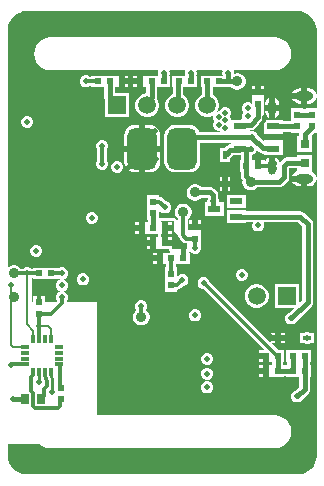
<source format=gbl>
G04*
G04 #@! TF.GenerationSoftware,Altium Limited,Altium Designer,22.3.1 (43)*
G04*
G04 Layer_Physical_Order=4*
G04 Layer_Color=16711680*
%FSLAX25Y25*%
%MOIN*%
G70*
G04*
G04 #@! TF.SameCoordinates,8BB9F333-D91B-4341-8B3B-76DA7BD7A395*
G04*
G04*
G04 #@! TF.FilePolarity,Positive*
G04*
G01*
G75*
%ADD11C,0.01000*%
%ADD19R,0.02362X0.01968*%
%ADD21R,0.01968X0.02362*%
%ADD32R,0.04331X0.02362*%
%ADD49C,0.01181*%
%ADD50C,0.01575*%
%ADD52C,0.05906*%
%ADD53R,0.05906X0.05906*%
%ADD54O,0.06102X0.03051*%
%ADD55O,0.02559X0.05118*%
%ADD56C,0.02000*%
%ADD57C,0.04724*%
%ADD58R,0.01400X0.02550*%
%ADD59R,0.03150X0.03150*%
%ADD60C,0.03543*%
G04:AMPARAMS|DCode=61|XSize=98.43mil|YSize=137.8mil|CornerRadius=24.61mil|HoleSize=0mil|Usage=FLASHONLY|Rotation=180.000|XOffset=0mil|YOffset=0mil|HoleType=Round|Shape=RoundedRectangle|*
%AMROUNDEDRECTD61*
21,1,0.09843,0.08858,0,0,180.0*
21,1,0.04921,0.13780,0,0,180.0*
1,1,0.04921,-0.02461,0.04429*
1,1,0.04921,0.02461,0.04429*
1,1,0.04921,0.02461,-0.04429*
1,1,0.04921,-0.02461,-0.04429*
%
%ADD61ROUNDEDRECTD61*%
%ADD62R,0.02953X0.01181*%
%ADD63R,0.01181X0.02953*%
%ADD64R,0.02550X0.01400*%
%ADD65R,0.03150X0.03543*%
%ADD66C,0.00827*%
G36*
X98367Y155943D02*
Y155943D01*
X98367Y155943D01*
X99368Y155844D01*
X100561Y155482D01*
X101661Y154895D01*
X102624Y154104D01*
X103416Y153140D01*
X104003Y152040D01*
X104365Y150847D01*
X104487Y149606D01*
X104464Y149366D01*
X104464D01*
X104464Y149366D01*
X104472Y149175D01*
Y128372D01*
X104275Y128353D01*
X104205Y128706D01*
X103646Y129541D01*
X102811Y130099D01*
X101826Y130296D01*
X101300D01*
Y127720D01*
Y125145D01*
X101826D01*
X102811Y125341D01*
X103646Y125900D01*
X104205Y126735D01*
X104275Y127088D01*
X104472Y127069D01*
Y123650D01*
X101016D01*
Y123291D01*
X99984D01*
Y123650D01*
X96016D01*
Y119397D01*
X93177D01*
Y119799D01*
X86847D01*
Y115437D01*
Y114878D01*
X90012D01*
X93177D01*
Y115752D01*
X96016D01*
Y115350D01*
X98625D01*
X98750Y115198D01*
X98678Y114835D01*
X98678Y114835D01*
Y114224D01*
X97925D01*
Y109075D01*
X103075D01*
Y114224D01*
X102724D01*
X102649Y114406D01*
X103593Y115350D01*
X104472D01*
Y100813D01*
X104275Y100794D01*
X104205Y101147D01*
X103646Y101982D01*
X102811Y102541D01*
X102619Y102579D01*
X102638Y102776D01*
X103075D01*
Y107925D01*
X97925D01*
Y107173D01*
X94423D01*
X93725Y107034D01*
X93134Y106639D01*
X93134Y106639D01*
X92211Y105717D01*
X92135Y105602D01*
X91942Y105641D01*
X91817Y106267D01*
X91313Y107021D01*
X90670Y107451D01*
Y104098D01*
X88670D01*
Y107451D01*
X88027Y107021D01*
X87523Y106267D01*
X87346Y105378D01*
X87150Y105379D01*
Y106362D01*
X85969D01*
Y104378D01*
X83969D01*
Y106362D01*
X82854D01*
Y108000D01*
X82898D01*
X83633Y108305D01*
X84196Y108867D01*
X84478Y109548D01*
X84682Y109623D01*
X85321Y108984D01*
X85321Y108984D01*
X85912Y108589D01*
X86609Y108450D01*
X86847D01*
Y107957D01*
X93177D01*
Y111697D01*
Y112878D01*
X90012D01*
X86847D01*
Y112870D01*
X86665Y112795D01*
X84957Y114503D01*
X84696Y115133D01*
X84133Y115696D01*
X83398Y116000D01*
X82602D01*
X82317Y115882D01*
X82153Y115991D01*
Y116189D01*
X82454D01*
X82454Y116189D01*
X83151Y116328D01*
X83742Y116723D01*
X86233Y119214D01*
X86233Y119214D01*
X86628Y119805D01*
X86767Y120502D01*
Y121209D01*
X86822Y121488D01*
X86822Y121488D01*
Y122850D01*
X86984D01*
Y126787D01*
Y127969D01*
X85000D01*
X83016D01*
Y126787D01*
Y125070D01*
X82834Y124995D01*
X82633Y125196D01*
X81898Y125500D01*
X81102D01*
X80367Y125196D01*
X79804Y124633D01*
X79500Y123898D01*
Y123102D01*
X79804Y122367D01*
X79922Y122250D01*
X79804Y122133D01*
X79500Y121398D01*
Y120602D01*
X79737Y120031D01*
X79605Y119834D01*
X79382D01*
X79382Y119834D01*
X79206Y119799D01*
X76000D01*
Y119898D01*
X75696Y120633D01*
X75578Y120750D01*
X75696Y120867D01*
X76000Y121602D01*
Y122398D01*
X75696Y123133D01*
X75133Y123696D01*
X74398Y124000D01*
X73602D01*
X72867Y123696D01*
X72304Y123133D01*
X72042Y122500D01*
X71602D01*
X71539Y122474D01*
X71409Y122622D01*
X71683Y123096D01*
X71953Y124102D01*
Y125142D01*
X71683Y126148D01*
X71163Y127049D01*
X70427Y127785D01*
X69838Y128125D01*
Y130516D01*
X74150D01*
Y130678D01*
X74984D01*
X74984Y130678D01*
X74984Y130678D01*
X75903D01*
X76298Y130282D01*
X76930Y129917D01*
X77635Y129728D01*
X78365D01*
X79070Y129917D01*
X79702Y130282D01*
X80218Y130798D01*
X80583Y131430D01*
X80772Y132135D01*
Y132865D01*
X80583Y133570D01*
X80218Y134202D01*
X79702Y134718D01*
X79070Y135083D01*
X78365Y135272D01*
X77635D01*
X77156Y135143D01*
X77000Y135263D01*
Y135693D01*
X76831Y136102D01*
X76940Y136266D01*
X90551D01*
Y136248D01*
X91970Y136435D01*
X93293Y136983D01*
X94429Y137855D01*
X95300Y138990D01*
X95848Y140313D01*
X96035Y141732D01*
X95848Y143152D01*
X95300Y144474D01*
X94429Y145610D01*
X93293Y146482D01*
X91970Y147029D01*
X90551Y147216D01*
Y147199D01*
X15748D01*
Y147216D01*
X14329Y147029D01*
X13006Y146482D01*
X11870Y145610D01*
X10999Y144474D01*
X10451Y143152D01*
X10264Y141732D01*
X10451Y140313D01*
X10999Y138990D01*
X11870Y137855D01*
X13006Y136983D01*
X14329Y136435D01*
X15748Y136248D01*
Y136266D01*
X51560D01*
X51670Y136102D01*
X51500Y135693D01*
Y134897D01*
X51603Y134648D01*
X51494Y134484D01*
X46563D01*
Y132500D01*
Y130516D01*
X47678D01*
Y128575D01*
X47480D01*
X46474Y128305D01*
X45573Y127785D01*
X44837Y127049D01*
X44317Y126148D01*
X44047Y125142D01*
Y124102D01*
X44317Y123096D01*
X44837Y122195D01*
X45573Y121459D01*
X46474Y120939D01*
X47480Y120669D01*
X48520D01*
X49526Y120939D01*
X50427Y121459D01*
X51163Y122195D01*
X51683Y123096D01*
X51953Y124102D01*
Y125142D01*
X51683Y126148D01*
X51245Y126906D01*
X51322Y127294D01*
X51322Y127294D01*
Y130516D01*
X55618D01*
Y134484D01*
X55506D01*
X55397Y134648D01*
X55500Y134897D01*
Y135693D01*
X55330Y136102D01*
X55440Y136266D01*
X60560D01*
X60669Y136102D01*
X60500Y135693D01*
Y134897D01*
X60603Y134648D01*
X60494Y134484D01*
X56350D01*
Y130516D01*
X56443D01*
Y128288D01*
X55573Y127785D01*
X54837Y127049D01*
X54317Y126148D01*
X54047Y125142D01*
Y124102D01*
X54317Y123096D01*
X54837Y122195D01*
X55573Y121459D01*
X56474Y120939D01*
X57480Y120669D01*
X58520D01*
X59526Y120939D01*
X60427Y121459D01*
X61163Y122195D01*
X61683Y123096D01*
X61953Y124102D01*
Y125142D01*
X61683Y126148D01*
X61163Y127049D01*
X60427Y127785D01*
X60088Y127981D01*
Y130516D01*
X64650D01*
Y134484D01*
X64506D01*
X64397Y134648D01*
X64500Y134897D01*
Y135693D01*
X64331Y136102D01*
X64440Y136266D01*
X73060D01*
X73169Y136102D01*
X73000Y135693D01*
Y134897D01*
X73103Y134648D01*
X72994Y134484D01*
X65850D01*
Y130516D01*
X66193D01*
Y128143D01*
X65573Y127785D01*
X64837Y127049D01*
X64317Y126148D01*
X64047Y125142D01*
Y124102D01*
X64317Y123096D01*
X64837Y122195D01*
X65573Y121459D01*
X66474Y120939D01*
X67480Y120669D01*
X68520D01*
X69526Y120939D01*
X69906Y121158D01*
X70054Y121028D01*
X70000Y120898D01*
Y120102D01*
X70305Y119367D01*
X70422Y119250D01*
X70305Y119133D01*
X70000Y118398D01*
Y117602D01*
X70305Y116867D01*
X70867Y116305D01*
X71602Y116000D01*
X72086D01*
X72123Y115938D01*
X72013Y115741D01*
X65406D01*
X65176Y116296D01*
X64622Y117019D01*
X63899Y117574D01*
X63057Y117923D01*
X62154Y118042D01*
X57232D01*
X56329Y117923D01*
X55487Y117574D01*
X54764Y117019D01*
X54209Y116296D01*
X53861Y115455D01*
X53742Y114551D01*
Y105693D01*
X53861Y104789D01*
X54209Y103948D01*
X54764Y103225D01*
X55487Y102670D01*
X56329Y102321D01*
X57232Y102202D01*
X62154D01*
X63057Y102321D01*
X63899Y102670D01*
X64622Y103225D01*
X65176Y103948D01*
X65525Y104789D01*
X65644Y105693D01*
Y112096D01*
X75823D01*
Y111733D01*
X75744Y111566D01*
X75047Y111428D01*
X74455Y111033D01*
X73698Y110275D01*
X72300D01*
Y109016D01*
X72178Y108400D01*
X72178Y108400D01*
Y108000D01*
X72300Y107385D01*
Y105725D01*
X75700D01*
Y107148D01*
X75776Y107199D01*
X76499Y107922D01*
X78663D01*
X78663Y107922D01*
X78839Y107957D01*
X79209D01*
Y106362D01*
X78850D01*
Y102394D01*
X79209D01*
Y101001D01*
X79209Y101001D01*
X79348Y100304D01*
X79743Y99713D01*
X79805Y99651D01*
X79728Y99365D01*
Y98635D01*
X79917Y97930D01*
X80282Y97298D01*
X80798Y96782D01*
X81430Y96417D01*
X82135Y96228D01*
X82865D01*
X83570Y96417D01*
X84202Y96782D01*
X84597Y97178D01*
X92000D01*
X92000Y97178D01*
X92697Y97316D01*
X93289Y97711D01*
X94789Y99211D01*
X95184Y99803D01*
X95322Y100500D01*
X95322Y100500D01*
Y103528D01*
X97925D01*
Y102776D01*
X97962D01*
X97981Y102579D01*
X97789Y102541D01*
X96954Y101982D01*
X96405Y101161D01*
X100300D01*
Y100161D01*
X101300D01*
Y97586D01*
X101826D01*
X102811Y97782D01*
X103646Y98341D01*
X104205Y99176D01*
X104275Y99529D01*
X104472Y99510D01*
Y7739D01*
X104472Y7739D01*
X104475Y7723D01*
X104468Y7528D01*
X104363Y6460D01*
X104014Y5309D01*
X103447Y4248D01*
X102683Y3318D01*
X101753Y2554D01*
X100692Y1987D01*
X99541Y1638D01*
X98430Y1529D01*
X98425Y1529D01*
X8070D01*
X8068Y1529D01*
X7874Y1529D01*
X7681Y1538D01*
X6634Y1641D01*
X5442Y2003D01*
X4344Y2590D01*
X3381Y3381D01*
X2590Y4344D01*
X2003Y5442D01*
X1641Y6634D01*
X1538Y7681D01*
X1529Y7874D01*
X1529Y7874D01*
X1529Y8068D01*
Y11811D01*
X11948D01*
X13006Y10999D01*
X14329Y10451D01*
X15748Y10264D01*
Y10282D01*
X90551D01*
Y10264D01*
X91970Y10451D01*
X93293Y10999D01*
X94429Y11870D01*
X95300Y13006D01*
X95848Y14329D01*
X96035Y15748D01*
X95848Y17167D01*
X95300Y18490D01*
X94429Y19626D01*
X93293Y20497D01*
X91970Y21045D01*
X90551Y21232D01*
Y21214D01*
X31386D01*
Y59165D01*
X21261Y59130D01*
X21230Y59161D01*
X21195Y59367D01*
X21500Y60102D01*
Y60898D01*
X21195Y61633D01*
X20633Y62195D01*
X20135Y62402D01*
Y62598D01*
X20633Y62805D01*
X21195Y63367D01*
X21500Y64102D01*
Y64898D01*
X21195Y65633D01*
X20633Y66195D01*
X20135Y66402D01*
Y66598D01*
X20633Y66804D01*
X21195Y67367D01*
X21500Y68102D01*
Y68898D01*
X21195Y69633D01*
X20633Y70196D01*
X19898Y70500D01*
X19102D01*
X18367Y70196D01*
X18347Y70175D01*
X18150Y70250D01*
Y70484D01*
X9850D01*
Y70122D01*
X9207D01*
X9133Y70196D01*
X8398Y70500D01*
X7602D01*
X6867Y70196D01*
X6793Y70122D01*
X5764D01*
X5718Y70202D01*
X5202Y70718D01*
X4570Y71083D01*
X3865Y71272D01*
X3135D01*
X2430Y71083D01*
X1798Y70718D01*
X1711Y70631D01*
X1529Y70706D01*
Y149411D01*
X1529Y149412D01*
X1529Y149606D01*
X1538Y149799D01*
X1641Y150846D01*
X2003Y152038D01*
X2590Y153137D01*
X3381Y154100D01*
X4344Y154890D01*
X5442Y155477D01*
X6634Y155839D01*
X7681Y155942D01*
X7874Y155951D01*
Y155951D01*
X7874Y155951D01*
X98359D01*
X98367Y155943D01*
D02*
G37*
G36*
X9850Y66516D02*
X18150D01*
Y66750D01*
X18347Y66825D01*
X18367Y66804D01*
X18865Y66598D01*
Y66402D01*
X18367Y66195D01*
X17805Y65633D01*
X17500Y64898D01*
Y64102D01*
X17805Y63367D01*
X18367Y62805D01*
X18865Y62598D01*
Y62402D01*
X18367Y62195D01*
X17805Y61633D01*
X17500Y60898D01*
Y60102D01*
X17805Y59367D01*
X17878Y59293D01*
Y59172D01*
X17824Y59118D01*
X14124Y59105D01*
X13984Y59244D01*
Y61150D01*
X10016D01*
Y59090D01*
X9580Y59089D01*
X9441Y59228D01*
Y66878D01*
X9850D01*
Y66516D01*
D02*
G37*
%LPC*%
G36*
X41618Y134484D02*
X40437D01*
Y133500D01*
X41618D01*
Y134484D01*
D02*
G37*
G36*
X44563D02*
X43382D01*
Y133500D01*
X44563D01*
Y134484D01*
D02*
G37*
G36*
Y131500D02*
X43382D01*
Y130516D01*
X44563D01*
Y131500D01*
D02*
G37*
G36*
X41618D02*
X40437D01*
Y130516D01*
X41618D01*
Y131500D01*
D02*
G37*
G36*
X86984Y131150D02*
X86000D01*
Y129969D01*
X86984D01*
Y131150D01*
D02*
G37*
G36*
X84000D02*
X83016D01*
Y129969D01*
X84000D01*
Y131150D01*
D02*
G37*
G36*
X99300Y130296D02*
X98774D01*
X97789Y130099D01*
X96954Y129541D01*
X96405Y128720D01*
X99300D01*
Y130296D01*
D02*
G37*
G36*
Y126720D02*
X96405D01*
X96954Y125900D01*
X97789Y125341D01*
X98774Y125145D01*
X99300D01*
Y126720D01*
D02*
G37*
G36*
X90670Y127136D02*
Y124784D01*
X91994D01*
Y125063D01*
X91817Y125952D01*
X91313Y126706D01*
X90670Y127136D01*
D02*
G37*
G36*
X88670Y127136D02*
X88027Y126706D01*
X87523Y125952D01*
X87346Y125063D01*
Y124784D01*
X88670D01*
Y127136D01*
D02*
G37*
G36*
X27898Y134500D02*
X27102D01*
X26367Y134195D01*
X25804Y133633D01*
X25500Y132898D01*
Y132102D01*
X25804Y131367D01*
X26367Y130805D01*
X27102Y130500D01*
X27898D01*
X28633Y130805D01*
X28707Y130878D01*
X29382D01*
Y130516D01*
X33678D01*
Y127122D01*
X33678Y127122D01*
X33816Y126425D01*
X34047Y126079D01*
Y120669D01*
X41953D01*
Y128575D01*
X37322D01*
Y130516D01*
X38437D01*
Y132500D01*
Y134484D01*
X29382D01*
Y134122D01*
X28707D01*
X28633Y134195D01*
X27898Y134500D01*
D02*
G37*
G36*
X91994Y122784D02*
X90670D01*
Y120431D01*
X91313Y120861D01*
X91817Y121615D01*
X91994Y122504D01*
Y122784D01*
D02*
G37*
G36*
X88670D02*
X87346D01*
Y122504D01*
X87523Y121615D01*
X88027Y120861D01*
X88670Y120431D01*
Y122784D01*
D02*
G37*
G36*
X8398Y121000D02*
X7602D01*
X6867Y120695D01*
X6305Y120133D01*
X6000Y119398D01*
Y118602D01*
X6305Y117867D01*
X6867Y117305D01*
X7602Y117000D01*
X8398D01*
X9133Y117305D01*
X9696Y117867D01*
X10000Y118602D01*
Y119398D01*
X9696Y120133D01*
X9133Y120695D01*
X8398Y121000D01*
D02*
G37*
G36*
X48768Y118042D02*
X47307D01*
Y111122D01*
X52258D01*
Y114551D01*
X52139Y115455D01*
X51791Y116296D01*
X51236Y117019D01*
X50513Y117574D01*
X49671Y117923D01*
X48768Y118042D01*
D02*
G37*
G36*
X45307D02*
X43846D01*
X42943Y117923D01*
X42101Y117574D01*
X41378Y117019D01*
X40824Y116296D01*
X40475Y115455D01*
X40356Y114551D01*
Y111122D01*
X45307D01*
Y118042D01*
D02*
G37*
G36*
X33398Y113000D02*
X32602D01*
X31867Y112696D01*
X31304Y112133D01*
X31000Y111398D01*
Y110602D01*
X31304Y109867D01*
X31378Y109793D01*
Y106207D01*
X31304Y106133D01*
X31000Y105398D01*
Y104602D01*
X31304Y103867D01*
X31867Y103305D01*
X32602Y103000D01*
X33398D01*
X34133Y103305D01*
X34696Y103867D01*
X35000Y104602D01*
Y105398D01*
X34696Y106133D01*
X34622Y106207D01*
Y109793D01*
X34696Y109867D01*
X35000Y110602D01*
Y111398D01*
X34696Y112133D01*
X34133Y112696D01*
X33398Y113000D01*
D02*
G37*
G36*
X52258Y109122D02*
X47307D01*
Y102202D01*
X48768D01*
X49671Y102321D01*
X50513Y102670D01*
X51236Y103225D01*
X51791Y103948D01*
X52139Y104789D01*
X52258Y105693D01*
Y109122D01*
D02*
G37*
G36*
X45307D02*
X40356D01*
Y105693D01*
X40475Y104789D01*
X40824Y103948D01*
X41378Y103225D01*
X42101Y102670D01*
X42943Y102321D01*
X43846Y102202D01*
X45307D01*
Y109122D01*
D02*
G37*
G36*
X38398Y106000D02*
X37602D01*
X36867Y105695D01*
X36305Y105133D01*
X36000Y104398D01*
Y103602D01*
X36305Y102867D01*
X36867Y102304D01*
X37602Y102000D01*
X38398D01*
X39133Y102304D01*
X39696Y102867D01*
X40000Y103602D01*
Y104398D01*
X39696Y105133D01*
X39133Y105695D01*
X38398Y106000D01*
D02*
G37*
G36*
X75700Y100625D02*
X75000D01*
Y99350D01*
X75700D01*
Y100625D01*
D02*
G37*
G36*
X73000D02*
X72300D01*
Y99350D01*
X73000D01*
Y100625D01*
D02*
G37*
G36*
X99300Y99161D02*
X96405D01*
X96954Y98341D01*
X97789Y97782D01*
X98774Y97586D01*
X99300D01*
Y99161D01*
D02*
G37*
G36*
X75700Y97350D02*
X75000D01*
Y96075D01*
X75700D01*
Y97350D01*
D02*
G37*
G36*
X73000D02*
X72300D01*
Y96075D01*
X73000D01*
Y97350D01*
D02*
G37*
G36*
X80905Y94740D02*
X74575D01*
Y90378D01*
X80905D01*
Y94740D01*
D02*
G37*
G36*
X64365Y98272D02*
X63635D01*
X62930Y98083D01*
X62298Y97718D01*
X61782Y97202D01*
X61417Y96570D01*
X61228Y95865D01*
Y95135D01*
X61417Y94430D01*
X61782Y93798D01*
X62298Y93282D01*
X62930Y92917D01*
X63635Y92728D01*
X64365D01*
X65070Y92917D01*
X65702Y93282D01*
X66097Y93678D01*
X68096D01*
Y93130D01*
X68000Y92898D01*
Y92181D01*
X67094D01*
Y87819D01*
X73425D01*
Y92181D01*
X72000D01*
Y92898D01*
X71741Y93523D01*
Y94581D01*
X71741Y94581D01*
X71602Y95279D01*
X71207Y95870D01*
X71207Y95870D01*
X70289Y96789D01*
X69697Y97184D01*
X69000Y97322D01*
X69000Y97322D01*
X66097D01*
X65702Y97718D01*
X65070Y98083D01*
X64365Y98272D01*
D02*
G37*
G36*
X65984Y86272D02*
X65000D01*
Y85091D01*
X65984D01*
Y86272D01*
D02*
G37*
G36*
X63000D02*
X62016D01*
Y85091D01*
X63000D01*
Y86272D01*
D02*
G37*
G36*
X29898Y89000D02*
X29102D01*
X28367Y88696D01*
X27804Y88133D01*
X27500Y87398D01*
Y86602D01*
X27804Y85867D01*
X28367Y85304D01*
X29102Y85000D01*
X29898D01*
X30633Y85304D01*
X31196Y85867D01*
X31500Y86602D01*
Y87398D01*
X31196Y88133D01*
X30633Y88696D01*
X29898Y89000D01*
D02*
G37*
G36*
X45126Y85606D02*
X43945D01*
Y84622D01*
X45126D01*
Y85606D01*
D02*
G37*
G36*
Y82622D02*
X43945D01*
Y81638D01*
X45126D01*
Y82622D01*
D02*
G37*
G36*
X49031Y80606D02*
X47850D01*
Y79622D01*
X49031D01*
Y80606D01*
D02*
G37*
G36*
Y77622D02*
X47850D01*
Y76638D01*
X49031D01*
Y77622D01*
D02*
G37*
G36*
X51984Y94650D02*
X48016D01*
Y90287D01*
Y86350D01*
X48209D01*
Y85606D01*
X47126D01*
Y83622D01*
Y81638D01*
X51480D01*
Y80606D01*
X51032D01*
Y78622D01*
Y76638D01*
X53791D01*
X53969Y76602D01*
X55136D01*
X55169Y76440D01*
X55208Y76248D01*
X55210Y76244D01*
X55210Y76241D01*
X55320Y76079D01*
X55429Y75917D01*
X55432Y75915D01*
X55434Y75912D01*
X55574Y75774D01*
X55606Y75517D01*
X55580Y75484D01*
X53126D01*
Y73500D01*
Y71516D01*
X54410D01*
Y70650D01*
X54016D01*
Y66287D01*
Y62350D01*
X57984D01*
Y63161D01*
X58057D01*
X58678Y63285D01*
X59204Y63636D01*
X59820Y64252D01*
X60146D01*
X60881Y64556D01*
X61444Y65119D01*
X61748Y65854D01*
Y66650D01*
X61444Y67385D01*
X60881Y67948D01*
X60146Y68252D01*
X59350D01*
X58615Y67948D01*
X58181Y67514D01*
X57984Y67595D01*
Y70650D01*
X57653D01*
Y71516D01*
X62181D01*
Y75484D01*
X61822D01*
Y75693D01*
X61951Y75779D01*
X62060Y75943D01*
X62282Y75921D01*
X62305Y75867D01*
X62867Y75305D01*
X63602Y75000D01*
X64398D01*
X65133Y75305D01*
X65696Y75867D01*
X66000Y76602D01*
Y77398D01*
X65830Y77809D01*
X65939Y77972D01*
X65984D01*
Y81909D01*
Y83091D01*
X64000D01*
X62016D01*
Y81775D01*
X61710D01*
X61622Y81864D01*
Y86736D01*
X61702Y86782D01*
X62218Y87298D01*
X62583Y87930D01*
X62772Y88635D01*
Y89365D01*
X62583Y90070D01*
X62218Y90702D01*
X61702Y91218D01*
X61070Y91583D01*
X60365Y91772D01*
X59635D01*
X58930Y91583D01*
X58298Y91218D01*
X57782Y90702D01*
X57417Y90070D01*
X57228Y89365D01*
Y88635D01*
X57417Y87930D01*
X57782Y87298D01*
X58298Y86782D01*
X58378Y86736D01*
Y82821D01*
X58196Y82745D01*
X58020Y82922D01*
Y86000D01*
X57942Y86390D01*
X57721Y86721D01*
X57390Y86942D01*
X57000Y87020D01*
X52500D01*
X52181Y86956D01*
X51984Y87077D01*
Y89626D01*
X52181Y89665D01*
X52305Y89367D01*
X52867Y88805D01*
X53602Y88500D01*
X54398D01*
X55133Y88805D01*
X55695Y89367D01*
X56000Y90102D01*
Y90898D01*
X55695Y91633D01*
X55133Y92195D01*
X54398Y92500D01*
X54293D01*
X53211Y93582D01*
X52685Y93934D01*
X52064Y94057D01*
X51984D01*
Y94650D01*
D02*
G37*
G36*
X51126Y75484D02*
X49945D01*
Y74500D01*
X51126D01*
Y75484D01*
D02*
G37*
G36*
X11398Y78000D02*
X10602D01*
X9867Y77696D01*
X9305Y77133D01*
X9000Y76398D01*
Y75602D01*
X9305Y74867D01*
X9867Y74304D01*
X10602Y74000D01*
X11398D01*
X12133Y74304D01*
X12696Y74867D01*
X13000Y75602D01*
Y76398D01*
X12696Y77133D01*
X12133Y77696D01*
X11398Y78000D01*
D02*
G37*
G36*
X51126Y72500D02*
X49945D01*
Y71516D01*
X51126D01*
Y72500D01*
D02*
G37*
G36*
X79898Y70000D02*
X79102D01*
X78367Y69696D01*
X77804Y69133D01*
X77500Y68398D01*
Y67602D01*
X77804Y66867D01*
X78367Y66304D01*
X79102Y66000D01*
X79898D01*
X80633Y66304D01*
X81195Y66867D01*
X81500Y67602D01*
Y68398D01*
X81195Y69133D01*
X80633Y69696D01*
X79898Y70000D01*
D02*
G37*
G36*
X26898Y68500D02*
X26102D01*
X25367Y68195D01*
X24804Y67633D01*
X24500Y66898D01*
Y66102D01*
X24804Y65367D01*
X25367Y64805D01*
X26102Y64500D01*
X26898D01*
X27633Y64805D01*
X28196Y65367D01*
X28500Y66102D01*
Y66898D01*
X28196Y67633D01*
X27633Y68195D01*
X26898Y68500D01*
D02*
G37*
G36*
X80905Y89622D02*
X74575D01*
Y85260D01*
X80905D01*
Y85619D01*
X83121D01*
X83231Y85455D01*
X83000Y84898D01*
Y84102D01*
X83305Y83367D01*
X83867Y82805D01*
X84602Y82500D01*
X85398D01*
X86133Y82805D01*
X86695Y83367D01*
X87000Y84102D01*
Y84898D01*
X86769Y85455D01*
X86879Y85619D01*
X98304D01*
X99678Y84245D01*
Y59755D01*
X98635Y58712D01*
X98453Y58787D01*
Y64953D01*
X90547D01*
Y57047D01*
X96713D01*
X96788Y56865D01*
X95296Y55373D01*
X94867Y55195D01*
X94305Y54633D01*
X94000Y53898D01*
Y53102D01*
X94305Y52367D01*
X94867Y51805D01*
X95602Y51500D01*
X96398D01*
X97133Y51805D01*
X97695Y52367D01*
X97873Y52796D01*
X102789Y57711D01*
X102789Y57711D01*
X103184Y58303D01*
X103322Y59000D01*
Y85000D01*
X103322Y85000D01*
X103184Y85697D01*
X102789Y86289D01*
X100348Y88730D01*
X99756Y89125D01*
X99059Y89263D01*
X99059Y89263D01*
X80905D01*
Y89622D01*
D02*
G37*
G36*
X85020Y64953D02*
X83980D01*
X82974Y64683D01*
X82073Y64163D01*
X81337Y63427D01*
X80817Y62526D01*
X80547Y61520D01*
Y60480D01*
X80817Y59474D01*
X81337Y58573D01*
X82073Y57837D01*
X82974Y57317D01*
X83980Y57047D01*
X85020D01*
X86026Y57317D01*
X86927Y57837D01*
X87663Y58573D01*
X88183Y59474D01*
X88453Y60480D01*
Y61520D01*
X88183Y62526D01*
X87663Y63427D01*
X86927Y64163D01*
X86026Y64683D01*
X85020Y64953D01*
D02*
G37*
G36*
X64398Y56500D02*
X63602D01*
X62867Y56195D01*
X62305Y55633D01*
X62000Y54898D01*
Y54102D01*
X62305Y53367D01*
X62867Y52804D01*
X63602Y52500D01*
X64398D01*
X65133Y52804D01*
X65696Y53367D01*
X66000Y54102D01*
Y54898D01*
X65696Y55633D01*
X65133Y56195D01*
X64398Y56500D01*
D02*
G37*
G36*
X46398Y59500D02*
X45602D01*
X44867Y59196D01*
X44304Y58633D01*
X44000Y57898D01*
Y57102D01*
X44304Y56367D01*
X44298Y56218D01*
X43782Y55702D01*
X43417Y55070D01*
X43228Y54365D01*
Y53635D01*
X43417Y52930D01*
X43782Y52298D01*
X44298Y51782D01*
X44930Y51417D01*
X45635Y51228D01*
X46365D01*
X47070Y51417D01*
X47702Y51782D01*
X48218Y52298D01*
X48583Y52930D01*
X48772Y53635D01*
Y54365D01*
X48583Y55070D01*
X48218Y55702D01*
X47702Y56218D01*
X47695Y56367D01*
X48000Y57102D01*
Y57898D01*
X47695Y58633D01*
X47133Y59196D01*
X46398Y59500D01*
D02*
G37*
G36*
X93950Y48822D02*
X92675D01*
Y48122D01*
X93950D01*
Y48822D01*
D02*
G37*
G36*
X90675D02*
X89400D01*
Y48122D01*
X90675D01*
Y48822D01*
D02*
G37*
G36*
X93950Y46122D02*
X92675D01*
Y45422D01*
X93950D01*
Y46122D01*
D02*
G37*
G36*
X101723Y49122D02*
X100927D01*
X100203Y48822D01*
X99050D01*
Y45422D01*
X100203D01*
X100927Y45122D01*
X101723D01*
X102447Y45422D01*
X103600D01*
Y48822D01*
X102447D01*
X101723Y49122D01*
D02*
G37*
G36*
X86532Y40122D02*
X85350D01*
Y39138D01*
X86532D01*
Y40122D01*
D02*
G37*
G36*
X68398Y42000D02*
X67602D01*
X66867Y41695D01*
X66304Y41133D01*
X66000Y40398D01*
Y39602D01*
X66304Y38867D01*
X66867Y38304D01*
X67602Y38000D01*
X68398D01*
X69133Y38304D01*
X69696Y38867D01*
X70000Y39602D01*
Y40398D01*
X69696Y41133D01*
X69133Y41695D01*
X68398Y42000D01*
D02*
G37*
G36*
X86532Y38106D02*
X85350D01*
Y37122D01*
X86532D01*
Y38106D01*
D02*
G37*
G36*
Y35122D02*
X85350D01*
Y34138D01*
X86532D01*
Y35122D01*
D02*
G37*
G36*
X68398Y37122D02*
X67602D01*
X66867Y36818D01*
X66304Y36255D01*
X66000Y35520D01*
Y34724D01*
X66304Y33989D01*
X66867Y33426D01*
X67602Y33122D01*
X68398D01*
X69133Y33426D01*
X69696Y33989D01*
X70000Y34724D01*
Y35520D01*
X69696Y36255D01*
X69133Y36818D01*
X68398Y37122D01*
D02*
G37*
G36*
Y32500D02*
X67602D01*
X66867Y32195D01*
X66304Y31633D01*
X66000Y30898D01*
Y30102D01*
X66304Y29367D01*
X66867Y28804D01*
X67602Y28500D01*
X68398D01*
X69133Y28804D01*
X69696Y29367D01*
X70000Y30102D01*
Y30898D01*
X69696Y31633D01*
X69133Y32195D01*
X68398Y32500D01*
D02*
G37*
G36*
X67181Y67293D02*
X66385D01*
X65650Y66988D01*
X65087Y66426D01*
X64783Y65691D01*
Y64895D01*
X65087Y64160D01*
X65650Y63597D01*
X66385Y63293D01*
X66807D01*
X86812Y43288D01*
X86737Y43106D01*
X85350D01*
Y42122D01*
X87532D01*
Y41122D01*
X88532D01*
Y39138D01*
X89646D01*
Y38106D01*
X88532D01*
Y36122D01*
Y34138D01*
X93650D01*
Y34300D01*
X94350D01*
Y34138D01*
X98678D01*
Y30755D01*
X97296Y29373D01*
X96867Y29195D01*
X96305Y28633D01*
X96000Y27898D01*
Y27102D01*
X96305Y26367D01*
X96867Y25804D01*
X97602Y25500D01*
X98398D01*
X99133Y25804D01*
X99695Y26367D01*
X99873Y26796D01*
X101789Y28711D01*
X101789Y28711D01*
X102184Y29303D01*
X102322Y30000D01*
Y34138D01*
X102650D01*
Y38106D01*
X102291D01*
Y39138D01*
X102650D01*
Y43106D01*
X94350D01*
Y39138D01*
X94709D01*
Y38106D01*
X94350D01*
Y37944D01*
X93650D01*
Y38106D01*
X93291D01*
Y39138D01*
X93650D01*
Y43106D01*
X91581D01*
X89462Y45225D01*
X89543Y45422D01*
X90675D01*
Y46122D01*
X89400D01*
Y45566D01*
X89203Y45484D01*
X68632Y66055D01*
X68478Y66426D01*
X67916Y66988D01*
X67181Y67293D01*
D02*
G37*
%LPD*%
G36*
X57000Y82500D02*
X58396Y81104D01*
X58502Y80571D01*
X58853Y80045D01*
X59892Y79007D01*
X60418Y78655D01*
X60951Y78549D01*
X61000Y78500D01*
X61230D01*
Y76500D01*
X56289D01*
X56150Y76638D01*
Y77622D01*
X53969D01*
Y78622D01*
X52969D01*
Y80606D01*
X52500D01*
Y81638D01*
X53000D01*
Y83622D01*
Y85606D01*
X52500D01*
Y86000D01*
X57000D01*
Y82500D01*
D02*
G37*
%LPC*%
G36*
X56181Y85606D02*
X55000D01*
Y84622D01*
X56181D01*
Y85606D01*
D02*
G37*
G36*
Y82622D02*
X55000D01*
Y81638D01*
X56181D01*
Y82622D01*
D02*
G37*
G36*
X56150Y80606D02*
X54969D01*
Y79622D01*
X56150D01*
Y80606D01*
D02*
G37*
%LPD*%
D11*
X16422Y29135D02*
Y33683D01*
X16043Y34061D02*
Y35421D01*
X15953Y35512D02*
X16043Y35421D01*
Y34061D02*
X16422Y33683D01*
X12016Y32550D02*
Y35512D01*
X11934Y32468D02*
X12016Y32550D01*
D19*
X58531Y132500D02*
D03*
X62468D02*
D03*
X68032D02*
D03*
X71969D02*
D03*
X12032Y68500D02*
D03*
X15969D02*
D03*
X91469Y36122D02*
D03*
X87532D02*
D03*
X96531Y41122D02*
D03*
X100469D02*
D03*
X96531Y36122D02*
D03*
X100469D02*
D03*
X60000Y73500D02*
D03*
X56063D02*
D03*
X52126D02*
D03*
X54000Y83622D02*
D03*
X50063D02*
D03*
X46126D02*
D03*
X53437Y132500D02*
D03*
X49500D02*
D03*
X45563D02*
D03*
X39437D02*
D03*
X35500D02*
D03*
X31563D02*
D03*
X53969Y78622D02*
D03*
X50032D02*
D03*
X91469Y41122D02*
D03*
X87532D02*
D03*
X81032Y104378D02*
D03*
X84969D02*
D03*
D21*
X56000Y68468D02*
D03*
Y64531D02*
D03*
X50000Y88532D02*
D03*
Y92469D02*
D03*
X98000Y117532D02*
D03*
Y121468D02*
D03*
X103000Y121468D02*
D03*
Y117532D02*
D03*
X85000Y128969D02*
D03*
Y125031D02*
D03*
X64000Y80154D02*
D03*
Y84091D02*
D03*
X19400Y30468D02*
D03*
Y26531D02*
D03*
X12000Y55032D02*
D03*
Y58969D02*
D03*
D32*
X90012Y117618D02*
D03*
Y113878D02*
D03*
Y110138D02*
D03*
X78988D02*
D03*
Y117618D02*
D03*
X70260Y90000D02*
D03*
X77740Y87441D02*
D03*
Y92559D02*
D03*
D49*
X14524Y32468D02*
G03*
X14412Y33223I-2591J0D01*
G01*
X19500Y58500D02*
Y60500D01*
X16032Y55032D02*
X19500Y58500D01*
X15378Y61000D02*
X15600D01*
X12000Y55032D02*
X16032D01*
X86000Y116026D02*
Y118495D01*
X86822Y119317D01*
Y120558D01*
X89670Y122131D02*
Y123784D01*
X85608Y104238D02*
X89530D01*
X89670Y104098D01*
X85469Y104378D02*
X85608Y104238D01*
X56251Y64783D02*
X58057D01*
X56000Y64531D02*
X56251Y64783D01*
X58057D02*
X59526Y66252D01*
X60000Y81192D02*
X61038Y80154D01*
X60000Y81192D02*
Y89000D01*
X61038Y80154D02*
X64000D01*
X56032Y68500D02*
Y73469D01*
X56000Y68468D02*
X56032Y68500D01*
Y73469D02*
X56063Y73500D01*
X59526Y66252D02*
X59748D01*
X50033Y92435D02*
X52064D01*
X50000Y92469D02*
X50033Y92435D01*
X52064D02*
X53999Y90500D01*
X3500Y68500D02*
X8000D01*
X27500Y132500D02*
X31563D01*
X66783Y65293D02*
X66940Y65136D01*
X67257D01*
X91272Y41122D01*
X91469D01*
X33000Y105000D02*
Y111000D01*
X14378Y62000D02*
X15378Y61000D01*
X12692Y62000D02*
X14378D01*
X12000Y61308D02*
X12692Y62000D01*
X12000Y58969D02*
Y61308D01*
X64000Y77000D02*
Y80154D01*
X89034Y104878D02*
X89670Y104241D01*
Y104098D02*
Y104241D01*
X14524Y30898D02*
Y32468D01*
X13984Y34626D02*
X14412Y33223D01*
X13984Y34626D02*
Y35512D01*
X18610Y38169D02*
X19000D01*
Y30468D02*
Y38169D01*
X13669Y27681D02*
Y30043D01*
X12256Y26500D02*
X12488D01*
X13669Y27681D01*
Y30043D02*
X14524Y30898D01*
X9343Y33922D02*
X10047Y34626D01*
Y35512D01*
X9343Y29290D02*
Y33922D01*
Y29290D02*
X10041Y28592D01*
Y24198D02*
X10739Y23500D01*
X10041Y24198D02*
Y28592D01*
X10739Y23500D02*
X18308D01*
X19000Y24192D01*
Y26531D01*
X12016Y46732D02*
Y50984D01*
X12000Y51000D02*
X12016Y50984D01*
X12000Y51000D02*
Y55032D01*
X2537Y38169D02*
X7390D01*
X2500Y38132D02*
X2537Y38169D01*
X15969Y68500D02*
X19500D01*
X8000D02*
X12032D01*
X46000Y54000D02*
Y57500D01*
D50*
X77740Y87441D02*
X99059D01*
X101500Y85000D01*
X86609Y110273D02*
X89877D01*
X83081Y113801D02*
X86609Y110273D01*
X89877D02*
X90012Y110138D01*
X82454Y118012D02*
X84944Y120502D01*
Y121433D01*
X79382Y118012D02*
X82454D01*
X83081Y113801D02*
Y113804D01*
X82919Y113919D02*
X83000Y114000D01*
X83003Y113882D02*
X83081Y113804D01*
X63388Y113919D02*
X82919D01*
X78988Y117618D02*
X79382Y118012D01*
X85000Y121488D02*
Y125031D01*
X84944Y121433D02*
X85000Y121488D01*
X90012Y117575D02*
X97957D01*
X81032Y104378D02*
Y110021D01*
X78988Y110069D02*
X80984D01*
X78663Y109744D02*
X78988Y110069D01*
X74000Y108000D02*
Y108400D01*
X74087Y108488D01*
X74488D01*
X75744Y109744D01*
X78663D01*
X82431Y110069D02*
X82500Y110000D01*
X80984Y110069D02*
X82431D01*
X63306Y114000D02*
X63388Y113919D01*
X60700Y114000D02*
X63306D01*
X80984Y110069D02*
X81032Y110021D01*
Y101001D02*
Y104378D01*
X100500Y114835D02*
X103000Y117335D01*
X100500Y111650D02*
Y114835D01*
X100000Y111650D02*
X100133Y111782D01*
X103000Y117335D02*
Y117532D01*
X93500Y100500D02*
Y104428D01*
X94423Y105350D02*
X100000D01*
X93500Y104428D02*
X94423Y105350D01*
X81032Y101001D02*
X83000Y99033D01*
Y99000D02*
X92000D01*
X83000D02*
Y99033D01*
X97957Y117575D02*
X98000Y117532D01*
Y121468D02*
X98000Y121468D01*
X103000D01*
X57000Y78500D02*
Y81000D01*
X89670Y104241D02*
Y104923D01*
X92000Y99000D02*
X93500Y100500D01*
X53500Y132563D02*
Y135295D01*
X62500Y132531D02*
Y135295D01*
X75000Y132516D02*
Y135295D01*
X74984Y132500D02*
X75000Y132516D01*
X71969Y132500D02*
X74984D01*
X58000Y124622D02*
X58266Y124888D01*
Y132303D02*
X58463Y132500D01*
X58531D01*
X58266Y124888D02*
Y132303D01*
X60000Y73500D02*
Y77000D01*
X53984Y78638D02*
Y80984D01*
X54000Y81000D01*
Y82622D01*
X56939Y78561D02*
X57000Y78500D01*
X54030Y78561D02*
X56939D01*
X50032Y83653D02*
Y88500D01*
X50000Y88532D02*
X50032Y88500D01*
Y83653D02*
X50063Y83622D01*
X60400Y113700D02*
X60700Y114000D01*
X35500Y127122D02*
X38000Y124622D01*
X35500Y127122D02*
Y132500D01*
X69919Y92581D02*
Y94581D01*
X69000Y95500D02*
X69919Y94581D01*
Y92581D02*
X70000Y92500D01*
X64000Y95500D02*
X69000D01*
X96531Y36122D02*
Y41122D01*
X91469Y36122D02*
X96531D01*
X91469D02*
Y41122D01*
X91469Y41122D01*
X101500Y59000D02*
Y85000D01*
X70000Y92500D02*
X70081Y92419D01*
Y90179D02*
Y92419D01*
Y90179D02*
X70260Y90000D01*
X48000Y124622D02*
Y125794D01*
X49500Y127294D02*
Y132500D01*
X48000Y125794D02*
X49500Y127294D01*
X53969Y78622D02*
X54030Y78561D01*
X53969Y78622D02*
X53984Y78638D01*
X74984Y132500D02*
X78000D01*
X89670Y104923D02*
X90125Y105378D01*
X7203Y26541D02*
X7244Y26500D01*
X3426Y26541D02*
X7203D01*
X3385Y26582D02*
X3426Y26541D01*
X98000Y27500D02*
X100500Y30000D01*
X100469Y36622D02*
X100500Y36591D01*
X100469Y36622D02*
Y40122D01*
X100500Y30000D02*
Y36591D01*
X96000Y53500D02*
X101500Y59000D01*
X68016Y124638D02*
Y132484D01*
X68032Y132500D01*
X68000Y124622D02*
X68016Y124638D01*
X89670Y103955D02*
X90125Y103500D01*
D52*
X68000Y124622D02*
D03*
X58000D02*
D03*
X48000D02*
D03*
X84500Y61000D02*
D03*
D53*
X38000Y124622D02*
D03*
X94500Y61000D02*
D03*
D54*
X100300Y127720D02*
D03*
Y100161D02*
D03*
D55*
X89670Y123784D02*
D03*
Y104098D02*
D03*
D56*
X19500Y60500D02*
D03*
X15600Y61000D02*
D03*
X85000Y84500D02*
D03*
X50669Y116000D02*
D03*
X84500Y93622D02*
D03*
X34500Y62000D02*
D03*
X6000Y145000D02*
D03*
X76500Y31000D02*
D03*
X34500Y46000D02*
D03*
X39500Y23500D02*
D03*
X49500D02*
D03*
X59500D02*
D03*
X69500D02*
D03*
X82000Y28500D02*
D03*
X100329Y16699D02*
D03*
X102000Y93500D02*
D03*
X90922Y93602D02*
D03*
X100000Y138500D02*
D03*
X5500Y113000D02*
D03*
X5000Y125500D02*
D03*
X5812Y136514D02*
D03*
X11319Y148755D02*
D03*
X21319D02*
D03*
X31319D02*
D03*
X41319D02*
D03*
X51319D02*
D03*
X61319D02*
D03*
X71319D02*
D03*
X81319D02*
D03*
X91319D02*
D03*
X85819Y154133D02*
D03*
X75819D02*
D03*
X65819D02*
D03*
X55819D02*
D03*
X45819D02*
D03*
X35819D02*
D03*
X25819D02*
D03*
X15819D02*
D03*
X6819D02*
D03*
X96319D02*
D03*
X94500Y9000D02*
D03*
X99000Y3500D02*
D03*
X14000Y9000D02*
D03*
X24000D02*
D03*
X34000D02*
D03*
X44000D02*
D03*
X54000D02*
D03*
X64000D02*
D03*
X74000D02*
D03*
X84000D02*
D03*
X94500Y133622D02*
D03*
X89500Y63622D02*
D03*
Y23622D02*
D03*
Y3622D02*
D03*
X84500Y133622D02*
D03*
X79500Y63622D02*
D03*
X84500Y33622D02*
D03*
X79500Y23622D02*
D03*
Y3622D02*
D03*
X69500D02*
D03*
X64500Y73622D02*
D03*
X59500Y3622D02*
D03*
X49500D02*
D03*
X44500Y73622D02*
D03*
X39500Y3622D02*
D03*
X34500Y93622D02*
D03*
Y53622D02*
D03*
X29500Y3622D02*
D03*
X24500Y133622D02*
D03*
X19500Y3622D02*
D03*
X14500Y133622D02*
D03*
X60000Y54500D02*
D03*
X64000D02*
D03*
X26500Y66500D02*
D03*
X8000Y119000D02*
D03*
X42000Y104000D02*
D03*
X38000D02*
D03*
X81500Y121000D02*
D03*
X83000Y114000D02*
D03*
X82500Y110000D02*
D03*
X37500Y94500D02*
D03*
X29500Y87000D02*
D03*
X94500Y114000D02*
D03*
X72000Y118000D02*
D03*
Y120500D02*
D03*
X51000Y106500D02*
D03*
X68994Y110000D02*
D03*
X71000D02*
D03*
X66988D02*
D03*
X76500Y79500D02*
D03*
X84129Y81629D02*
D03*
X7000Y76000D02*
D03*
X11000D02*
D03*
X14000Y88500D02*
D03*
X82000Y93500D02*
D03*
X78000Y128000D02*
D03*
X53500Y135295D02*
D03*
X62500D02*
D03*
X75000D02*
D03*
X76000Y126500D02*
D03*
X80000D02*
D03*
X62000Y111500D02*
D03*
Y116000D02*
D03*
X60000Y77000D02*
D03*
X57000Y78500D02*
D03*
Y81000D02*
D03*
X54000Y90500D02*
D03*
X59748Y66252D02*
D03*
X72500Y53000D02*
D03*
X81500Y123500D02*
D03*
X74000Y117000D02*
D03*
X61500Y105500D02*
D03*
X63000Y119000D02*
D03*
X74000Y119500D02*
D03*
Y122000D02*
D03*
X63306Y113723D02*
D03*
X60805Y113757D02*
D03*
X58228Y113740D02*
D03*
X64000Y100000D02*
D03*
X66783Y65293D02*
D03*
X101325Y47122D02*
D03*
X74000Y103500D02*
D03*
X70000Y92500D02*
D03*
X38000Y30500D02*
D03*
Y35122D02*
D03*
Y40000D02*
D03*
X68000Y30500D02*
D03*
Y35122D02*
D03*
Y40000D02*
D03*
X51000Y101500D02*
D03*
X33000Y105000D02*
D03*
X45000Y115000D02*
D03*
Y111000D02*
D03*
X76500Y97500D02*
D03*
X41500Y90000D02*
D03*
X37000Y113500D02*
D03*
X14000Y95000D02*
D03*
X17000Y92000D02*
D03*
X11000D02*
D03*
X93500Y122000D02*
D03*
X8000Y123000D02*
D03*
X64000Y77000D02*
D03*
X29500Y91000D02*
D03*
Y97000D02*
D03*
X3000D02*
D03*
X87500Y38500D02*
D03*
X98000Y75500D02*
D03*
X89000Y47500D02*
D03*
X88500Y33000D02*
D03*
X77000Y36000D02*
D03*
X76000Y60500D02*
D03*
X48500Y73500D02*
D03*
X42500Y83500D02*
D03*
X46500Y78500D02*
D03*
X64000Y87500D02*
D03*
X27500Y132500D02*
D03*
X81500Y130500D02*
D03*
X42500Y135000D02*
D03*
X22500Y128000D02*
D03*
X16000Y71500D02*
D03*
X26500Y70500D02*
D03*
X28000Y79000D02*
D03*
X3385Y26582D02*
D03*
X16422Y29135D02*
D03*
X11934Y32468D02*
D03*
X12000Y51000D02*
D03*
X2500Y38132D02*
D03*
X98000Y27500D02*
D03*
X96000Y53500D02*
D03*
X19500Y68500D02*
D03*
Y64500D02*
D03*
X8000Y68500D02*
D03*
X2500Y64500D02*
D03*
X33000Y111000D02*
D03*
X46000Y57500D02*
D03*
X79500Y68000D02*
D03*
X77500Y92500D02*
D03*
D57*
X99299Y150480D02*
D03*
X7000Y7000D02*
D03*
D58*
X74000Y108000D02*
D03*
Y98350D02*
D03*
D59*
X100500Y105350D02*
D03*
Y111650D02*
D03*
D60*
X82500Y99000D02*
D03*
X3500Y60500D02*
D03*
Y68500D02*
D03*
X60000Y89000D02*
D03*
X46000Y54000D02*
D03*
X78000Y132500D02*
D03*
X64000Y95500D02*
D03*
D61*
X46307Y110122D02*
D03*
X59693D02*
D03*
D62*
X7390Y44075D02*
D03*
Y42106D02*
D03*
Y40138D02*
D03*
Y38169D02*
D03*
X18610D02*
D03*
Y40138D02*
D03*
Y42106D02*
D03*
Y44075D02*
D03*
D63*
X10047Y35512D02*
D03*
X12016D02*
D03*
X13984D02*
D03*
X15953D02*
D03*
Y46732D02*
D03*
X13984D02*
D03*
X12016D02*
D03*
X10047D02*
D03*
D64*
X101325Y47122D02*
D03*
X91675D02*
D03*
D65*
X12756Y26500D02*
D03*
X7244D02*
D03*
D66*
X12000Y51000D02*
X15000D01*
X15953Y50047D01*
X8000Y51500D02*
X10047Y49453D01*
Y46732D02*
Y49453D01*
X8000Y51500D02*
Y68500D01*
X15953Y46732D02*
Y50047D01*
X2500Y60500D02*
Y64500D01*
Y44767D02*
Y60500D01*
X3192Y44075D02*
X7390D01*
X2500Y44767D02*
X3192Y44075D01*
M02*

</source>
